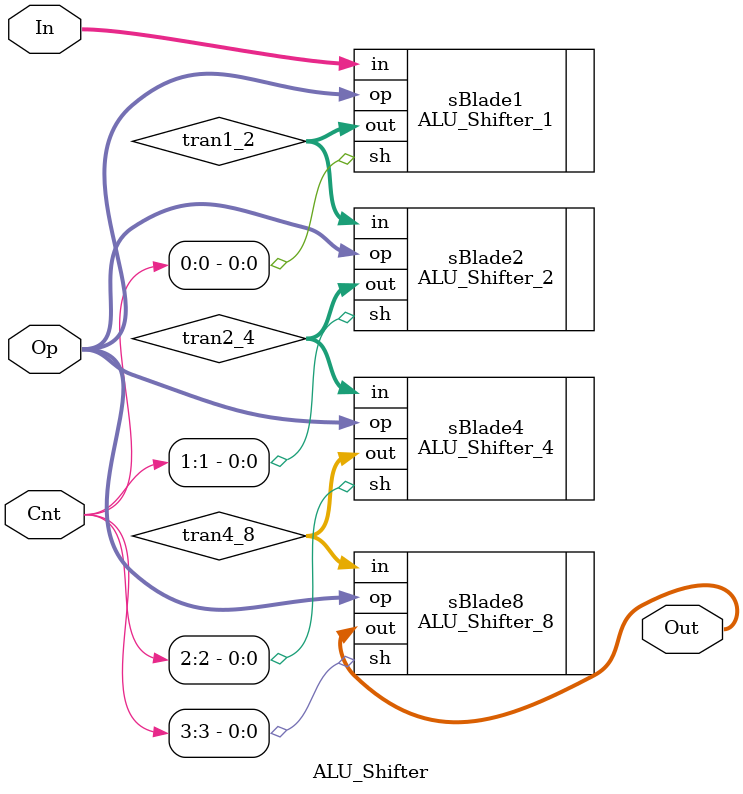
<source format=v>
/**************************************************************************************************
/		MODULE: ALU_Shifter
/		PURPOSE: Given a single 16-bit number, operation code and Amount, perform the specified shift/rotate
			and return the result./
/			
/				00: Rotate Left
/				01: Shift Left Logical
/				10: Rotate Right
/				11: Shift Right Logical
/
/		INPUTS: A[15:0] - First Operand
/				OP[1:0] - Operation to perform
/				Amt[3:0] - Amount to operate by
/
/		OUTPUTS: Result[15:0] - Result of Operation
**************************************************************************************************/
module ALU_Shifter (In, Cnt, Op, Out);
   
   input [15:0] In;
   input [3:0]  Cnt;
   input [1:0]  Op;
   output [15:0] Out;

   wire [15:0] tran1_2;
   wire [15:0] tran2_4;
   wire [15:0] tran4_8;
   
   ALU_Shifter_1 sBlade1 (.in(In),      .op(Op), .sh(Cnt[0]), .out(tran1_2));
   ALU_Shifter_2 sBlade2 (.in(tran1_2), .op(Op), .sh(Cnt[1]), .out(tran2_4));
   ALU_Shifter_4 sBlade4 (.in(tran2_4), .op(Op), .sh(Cnt[2]), .out(tran4_8));
   ALU_Shifter_8 sBlade8 (.in(tran4_8), .op(Op), .sh(Cnt[3]), .out(Out));
   
endmodule
</source>
